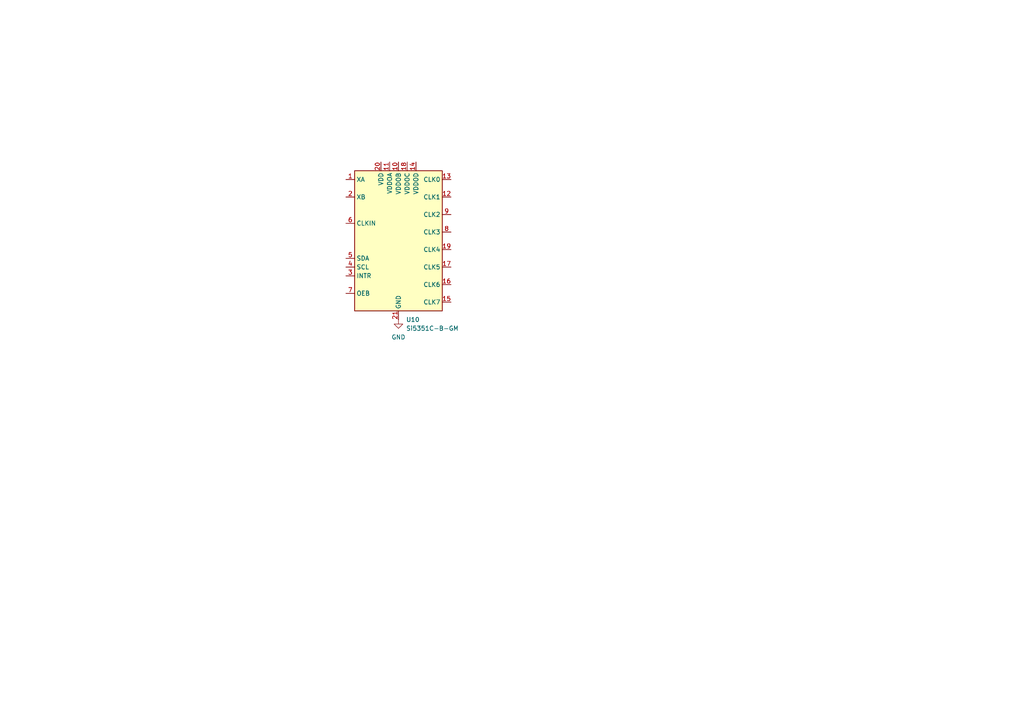
<source format=kicad_sch>
(kicad_sch (version 20231120) (generator "eeschema") (generator_version "8.0")
  (paper "A4")
  (lib_symbols
    (symbol "Oscillator:Si5351C-B-GM"
      (property "Reference" "U" (at -12.7 21.59 0))
      (property "Value" "Si5351C-B-GM" (at -13.97 -22.86 0))
      (symbol "Si5351C-B-GM_1_1"
        (rectangle (start -12.7 20.32) (end 12.7 -20.32) (stroke (width 0.254)) (fill (type background)))
        (pin input line (at -15.24 17.78 0) (length 2.54) (name "XA") (number "1"))
        (pin power_in line (at 0 22.86 270) (length 2.54) (name "VDDOB") (number "10"))
        (pin power_in line (at -2.54 22.86 270) (length 2.54) (name "VDDOA") (number "11"))
        (pin output line (at 15.24 12.7 180) (length 2.54) (name "CLK1") (number "12"))
        (pin output line (at 15.24 17.78 180) (length 2.54) (name "CLK0") (number "13"))
        (pin power_in line (at 5.08 22.86 270) (length 2.54) (name "VDDOD") (number "14"))
        (pin output line (at 15.24 -17.78 180) (length 2.54) (name "CLK7") (number "15"))
        (pin output line (at 15.24 -12.7 180) (length 2.54) (name "CLK6") (number "16"))
        (pin output line (at 15.24 -7.62 180) (length 2.54) (name "CLK5") (number "17"))
        (pin power_in line (at 2.54 22.86 270) (length 2.54) (name "VDDOC") (number "18"))
        (pin output line (at 15.24 -2.54 180) (length 2.54) (name "CLK4") (number "19"))
        (pin input line (at -15.24 12.7 0) (length 2.54) (name "XB") (number "2"))
        (pin power_in line (at -5.08 22.86 270) (length 2.54) (name "VDD") (number "20"))
        (pin power_in line (at 0 -22.86 90) (length 2.54) (name "GND") (number "21"))
        (pin output line (at -15.24 -10.16 0) (length 2.54) (name "INTR") (number "3"))
        (pin input line (at -15.24 -7.62 0) (length 2.54) (name "SCL") (number "4"))
        (pin bidirectional line (at -15.24 -5.08 0) (length 2.54) (name "SDA") (number "5"))
        (pin input line (at -15.24 5.08 0) (length 2.54) (name "CLKIN") (number "6"))
        (pin input line (at -15.24 -15.24 0) (length 2.54) (name "OEB") (number "7"))
        (pin output line (at 15.24 2.54 180) (length 2.54) (name "CLK3") (number "8"))
        (pin output line (at 15.24 7.62 180) (length 2.54) (name "CLK2") (number "9"))
      )
    )
    (symbol "power:GND" (power) (pin_numbers hide) (pin_names (offset 0) hide)
      (property "Value" "GND" (at 0 -3.81 0))
      (symbol "GND_0_1"
        (polyline (pts (xy 0 0) (xy 0 -1.27) (xy 1.27 -1.27) (xy 0 -2.54) (xy -1.27 -1.27) (xy 0 -1.27)))
      )
      (symbol "GND_1_1"
        (pin power_in line (at 0 0 270) (length 0) (name "~") (number "1"))
      )
    )
  )
  (symbol (lib_id "power:GND") (at 115.57 92.71 0) (unit 1)
    (property "Reference" "#PWR058" (effects (hide yes)))
    (property "Value" "GND" (at 115.57 97.79 0))
    (property "Description" "Power symbol creates a global label with name \"GND\" , ground" (effects (hide yes)))
  )
  (symbol (lib_id "Oscillator:Si5351C-B-GM") (at 115.57 69.85 0) (unit 1)
    (property "Reference" "U10" (at 117.7641 92.71 0) (effects (justify left)))
    (property "Value" "Si5351C-B-GM" (at 117.7641 95.25 0) (effects (justify left)))
    (property "Footprint" "Package_DFN_QFN:QFN-20-1EP_4x4mm_P0.5mm_EP2.7x2.7mm" (effects (hide yes)))
    (property "Datasheet" "https://www.silabs.com/documents/public/data-sheets/Si5351-B.pdf" (effects (hide yes)))
    (property "Description" "I2C Programmable Any-Frequency CMOS Clock Generator, QFN-20" (effects (hide yes)))
  )
)
</source>
